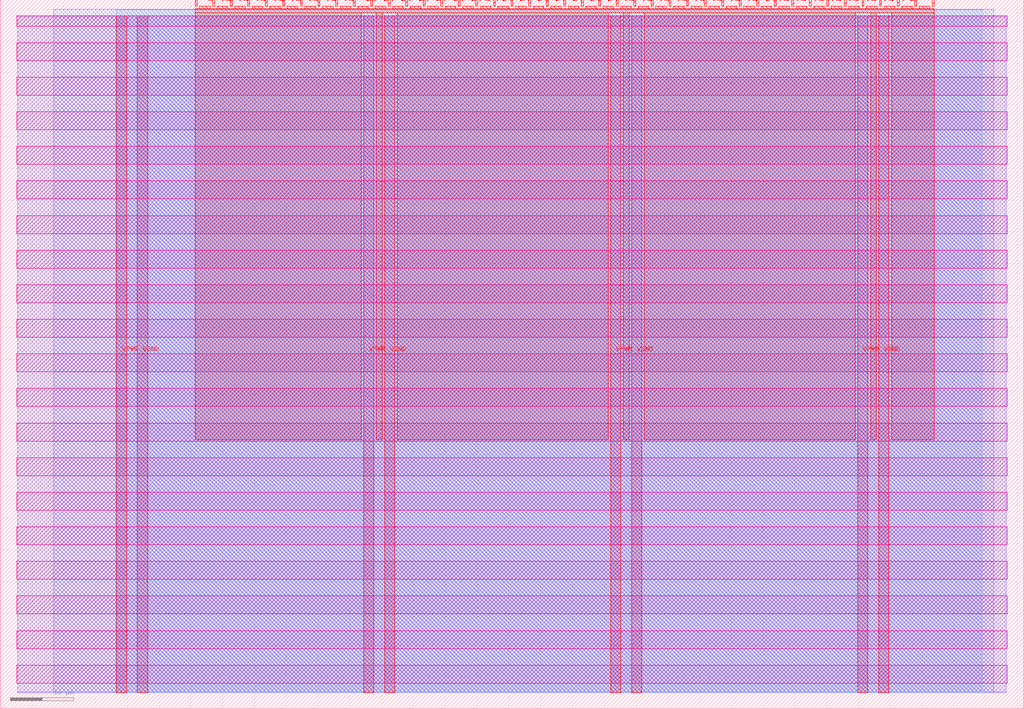
<source format=lef>
VERSION 5.7 ;
  NOWIREEXTENSIONATPIN ON ;
  DIVIDERCHAR "/" ;
  BUSBITCHARS "[]" ;
MACRO tt_um_led_matrix_ayla_lin
  CLASS BLOCK ;
  FOREIGN tt_um_led_matrix_ayla_lin ;
  ORIGIN 0.000 0.000 ;
  SIZE 161.000 BY 111.520 ;
  PIN VGND
    DIRECTION INOUT ;
    USE GROUND ;
    PORT
      LAYER met4 ;
        RECT 21.580 2.480 23.180 109.040 ;
    END
    PORT
      LAYER met4 ;
        RECT 60.450 2.480 62.050 109.040 ;
    END
    PORT
      LAYER met4 ;
        RECT 99.320 2.480 100.920 109.040 ;
    END
    PORT
      LAYER met4 ;
        RECT 138.190 2.480 139.790 109.040 ;
    END
  END VGND
  PIN VPWR
    DIRECTION INOUT ;
    USE POWER ;
    PORT
      LAYER met4 ;
        RECT 18.280 2.480 19.880 109.040 ;
    END
    PORT
      LAYER met4 ;
        RECT 57.150 2.480 58.750 109.040 ;
    END
    PORT
      LAYER met4 ;
        RECT 96.020 2.480 97.620 109.040 ;
    END
    PORT
      LAYER met4 ;
        RECT 134.890 2.480 136.490 109.040 ;
    END
  END VPWR
  PIN clk
    DIRECTION INPUT ;
    USE SIGNAL ;
    ANTENNAGATEAREA 0.852000 ;
    PORT
      LAYER met4 ;
        RECT 143.830 110.520 144.130 111.520 ;
    END
  END clk
  PIN ena
    DIRECTION INPUT ;
    USE SIGNAL ;
    ANTENNAGATEAREA 0.196500 ;
    PORT
      LAYER met4 ;
        RECT 146.590 110.520 146.890 111.520 ;
    END
  END ena
  PIN rst_n
    DIRECTION INPUT ;
    USE SIGNAL ;
    ANTENNAGATEAREA 0.196500 ;
    PORT
      LAYER met4 ;
        RECT 141.070 110.520 141.370 111.520 ;
    END
  END rst_n
  PIN ui_in[0]
    DIRECTION INPUT ;
    USE SIGNAL ;
    PORT
      LAYER met4 ;
        RECT 138.310 110.520 138.610 111.520 ;
    END
  END ui_in[0]
  PIN ui_in[1]
    DIRECTION INPUT ;
    USE SIGNAL ;
    PORT
      LAYER met4 ;
        RECT 135.550 110.520 135.850 111.520 ;
    END
  END ui_in[1]
  PIN ui_in[2]
    DIRECTION INPUT ;
    USE SIGNAL ;
    PORT
      LAYER met4 ;
        RECT 132.790 110.520 133.090 111.520 ;
    END
  END ui_in[2]
  PIN ui_in[3]
    DIRECTION INPUT ;
    USE SIGNAL ;
    PORT
      LAYER met4 ;
        RECT 130.030 110.520 130.330 111.520 ;
    END
  END ui_in[3]
  PIN ui_in[4]
    DIRECTION INPUT ;
    USE SIGNAL ;
    PORT
      LAYER met4 ;
        RECT 127.270 110.520 127.570 111.520 ;
    END
  END ui_in[4]
  PIN ui_in[5]
    DIRECTION INPUT ;
    USE SIGNAL ;
    PORT
      LAYER met4 ;
        RECT 124.510 110.520 124.810 111.520 ;
    END
  END ui_in[5]
  PIN ui_in[6]
    DIRECTION INPUT ;
    USE SIGNAL ;
    PORT
      LAYER met4 ;
        RECT 121.750 110.520 122.050 111.520 ;
    END
  END ui_in[6]
  PIN ui_in[7]
    DIRECTION INPUT ;
    USE SIGNAL ;
    PORT
      LAYER met4 ;
        RECT 118.990 110.520 119.290 111.520 ;
    END
  END ui_in[7]
  PIN uio_in[0]
    DIRECTION INPUT ;
    USE SIGNAL ;
    PORT
      LAYER met4 ;
        RECT 116.230 110.520 116.530 111.520 ;
    END
  END uio_in[0]
  PIN uio_in[1]
    DIRECTION INPUT ;
    USE SIGNAL ;
    PORT
      LAYER met4 ;
        RECT 113.470 110.520 113.770 111.520 ;
    END
  END uio_in[1]
  PIN uio_in[2]
    DIRECTION INPUT ;
    USE SIGNAL ;
    PORT
      LAYER met4 ;
        RECT 110.710 110.520 111.010 111.520 ;
    END
  END uio_in[2]
  PIN uio_in[3]
    DIRECTION INPUT ;
    USE SIGNAL ;
    PORT
      LAYER met4 ;
        RECT 107.950 110.520 108.250 111.520 ;
    END
  END uio_in[3]
  PIN uio_in[4]
    DIRECTION INPUT ;
    USE SIGNAL ;
    PORT
      LAYER met4 ;
        RECT 105.190 110.520 105.490 111.520 ;
    END
  END uio_in[4]
  PIN uio_in[5]
    DIRECTION INPUT ;
    USE SIGNAL ;
    PORT
      LAYER met4 ;
        RECT 102.430 110.520 102.730 111.520 ;
    END
  END uio_in[5]
  PIN uio_in[6]
    DIRECTION INPUT ;
    USE SIGNAL ;
    PORT
      LAYER met4 ;
        RECT 99.670 110.520 99.970 111.520 ;
    END
  END uio_in[6]
  PIN uio_in[7]
    DIRECTION INPUT ;
    USE SIGNAL ;
    PORT
      LAYER met4 ;
        RECT 96.910 110.520 97.210 111.520 ;
    END
  END uio_in[7]
  PIN uio_oe[0]
    DIRECTION OUTPUT ;
    USE SIGNAL ;
    ANTENNADIFFAREA 0.445500 ;
    PORT
      LAYER met4 ;
        RECT 49.990 110.520 50.290 111.520 ;
    END
  END uio_oe[0]
  PIN uio_oe[1]
    DIRECTION OUTPUT ;
    USE SIGNAL ;
    ANTENNADIFFAREA 0.445500 ;
    PORT
      LAYER met4 ;
        RECT 47.230 110.520 47.530 111.520 ;
    END
  END uio_oe[1]
  PIN uio_oe[2]
    DIRECTION OUTPUT ;
    USE SIGNAL ;
    ANTENNADIFFAREA 0.445500 ;
    PORT
      LAYER met4 ;
        RECT 44.470 110.520 44.770 111.520 ;
    END
  END uio_oe[2]
  PIN uio_oe[3]
    DIRECTION OUTPUT ;
    USE SIGNAL ;
    ANTENNADIFFAREA 0.445500 ;
    PORT
      LAYER met4 ;
        RECT 41.710 110.520 42.010 111.520 ;
    END
  END uio_oe[3]
  PIN uio_oe[4]
    DIRECTION OUTPUT ;
    USE SIGNAL ;
    ANTENNADIFFAREA 0.445500 ;
    PORT
      LAYER met4 ;
        RECT 38.950 110.520 39.250 111.520 ;
    END
  END uio_oe[4]
  PIN uio_oe[5]
    DIRECTION OUTPUT ;
    USE SIGNAL ;
    ANTENNADIFFAREA 0.445500 ;
    PORT
      LAYER met4 ;
        RECT 36.190 110.520 36.490 111.520 ;
    END
  END uio_oe[5]
  PIN uio_oe[6]
    DIRECTION OUTPUT ;
    USE SIGNAL ;
    ANTENNADIFFAREA 0.445500 ;
    PORT
      LAYER met4 ;
        RECT 33.430 110.520 33.730 111.520 ;
    END
  END uio_oe[6]
  PIN uio_oe[7]
    DIRECTION OUTPUT ;
    USE SIGNAL ;
    ANTENNADIFFAREA 0.445500 ;
    PORT
      LAYER met4 ;
        RECT 30.670 110.520 30.970 111.520 ;
    END
  END uio_oe[7]
  PIN uio_out[0]
    DIRECTION OUTPUT ;
    USE SIGNAL ;
    ANTENNADIFFAREA 0.445500 ;
    PORT
      LAYER met4 ;
        RECT 72.070 110.520 72.370 111.520 ;
    END
  END uio_out[0]
  PIN uio_out[1]
    DIRECTION OUTPUT ;
    USE SIGNAL ;
    ANTENNADIFFAREA 0.445500 ;
    PORT
      LAYER met4 ;
        RECT 69.310 110.520 69.610 111.520 ;
    END
  END uio_out[1]
  PIN uio_out[2]
    DIRECTION OUTPUT ;
    USE SIGNAL ;
    ANTENNADIFFAREA 0.445500 ;
    PORT
      LAYER met4 ;
        RECT 66.550 110.520 66.850 111.520 ;
    END
  END uio_out[2]
  PIN uio_out[3]
    DIRECTION OUTPUT ;
    USE SIGNAL ;
    ANTENNADIFFAREA 0.445500 ;
    PORT
      LAYER met4 ;
        RECT 63.790 110.520 64.090 111.520 ;
    END
  END uio_out[3]
  PIN uio_out[4]
    DIRECTION OUTPUT ;
    USE SIGNAL ;
    ANTENNADIFFAREA 0.445500 ;
    PORT
      LAYER met4 ;
        RECT 61.030 110.520 61.330 111.520 ;
    END
  END uio_out[4]
  PIN uio_out[5]
    DIRECTION OUTPUT ;
    USE SIGNAL ;
    ANTENNADIFFAREA 0.445500 ;
    PORT
      LAYER met4 ;
        RECT 58.270 110.520 58.570 111.520 ;
    END
  END uio_out[5]
  PIN uio_out[6]
    DIRECTION OUTPUT ;
    USE SIGNAL ;
    ANTENNADIFFAREA 0.445500 ;
    PORT
      LAYER met4 ;
        RECT 55.510 110.520 55.810 111.520 ;
    END
  END uio_out[6]
  PIN uio_out[7]
    DIRECTION OUTPUT ;
    USE SIGNAL ;
    ANTENNADIFFAREA 0.445500 ;
    PORT
      LAYER met4 ;
        RECT 52.750 110.520 53.050 111.520 ;
    END
  END uio_out[7]
  PIN uo_out[0]
    DIRECTION OUTPUT ;
    USE SIGNAL ;
    ANTENNADIFFAREA 0.445500 ;
    PORT
      LAYER met4 ;
        RECT 94.150 110.520 94.450 111.520 ;
    END
  END uo_out[0]
  PIN uo_out[1]
    DIRECTION OUTPUT ;
    USE SIGNAL ;
    ANTENNADIFFAREA 0.795200 ;
    PORT
      LAYER met4 ;
        RECT 91.390 110.520 91.690 111.520 ;
    END
  END uo_out[1]
  PIN uo_out[2]
    DIRECTION OUTPUT ;
    USE SIGNAL ;
    ANTENNADIFFAREA 0.445500 ;
    PORT
      LAYER met4 ;
        RECT 88.630 110.520 88.930 111.520 ;
    END
  END uo_out[2]
  PIN uo_out[3]
    DIRECTION OUTPUT ;
    USE SIGNAL ;
    ANTENNADIFFAREA 0.445500 ;
    PORT
      LAYER met4 ;
        RECT 85.870 110.520 86.170 111.520 ;
    END
  END uo_out[3]
  PIN uo_out[4]
    DIRECTION OUTPUT ;
    USE SIGNAL ;
    ANTENNADIFFAREA 0.445500 ;
    PORT
      LAYER met4 ;
        RECT 83.110 110.520 83.410 111.520 ;
    END
  END uo_out[4]
  PIN uo_out[5]
    DIRECTION OUTPUT ;
    USE SIGNAL ;
    ANTENNADIFFAREA 0.445500 ;
    PORT
      LAYER met4 ;
        RECT 80.350 110.520 80.650 111.520 ;
    END
  END uo_out[5]
  PIN uo_out[6]
    DIRECTION OUTPUT ;
    USE SIGNAL ;
    ANTENNADIFFAREA 0.445500 ;
    PORT
      LAYER met4 ;
        RECT 77.590 110.520 77.890 111.520 ;
    END
  END uo_out[6]
  PIN uo_out[7]
    DIRECTION OUTPUT ;
    USE SIGNAL ;
    ANTENNADIFFAREA 0.445500 ;
    PORT
      LAYER met4 ;
        RECT 74.830 110.520 75.130 111.520 ;
    END
  END uo_out[7]
  OBS
      LAYER nwell ;
        RECT 2.570 107.385 158.430 108.990 ;
        RECT 2.570 101.945 158.430 104.775 ;
        RECT 2.570 96.505 158.430 99.335 ;
        RECT 2.570 91.065 158.430 93.895 ;
        RECT 2.570 85.625 158.430 88.455 ;
        RECT 2.570 80.185 158.430 83.015 ;
        RECT 2.570 74.745 158.430 77.575 ;
        RECT 2.570 69.305 158.430 72.135 ;
        RECT 2.570 63.865 158.430 66.695 ;
        RECT 2.570 58.425 158.430 61.255 ;
        RECT 2.570 52.985 158.430 55.815 ;
        RECT 2.570 47.545 158.430 50.375 ;
        RECT 2.570 42.105 158.430 44.935 ;
        RECT 2.570 36.665 158.430 39.495 ;
        RECT 2.570 31.225 158.430 34.055 ;
        RECT 2.570 25.785 158.430 28.615 ;
        RECT 2.570 20.345 158.430 23.175 ;
        RECT 2.570 14.905 158.430 17.735 ;
        RECT 2.570 9.465 158.430 12.295 ;
        RECT 2.570 4.025 158.430 6.855 ;
      LAYER li1 ;
        RECT 2.760 2.635 158.240 108.885 ;
      LAYER met1 ;
        RECT 2.760 2.480 158.240 109.040 ;
      LAYER met2 ;
        RECT 8.380 2.535 156.300 110.005 ;
      LAYER met3 ;
        RECT 18.290 2.555 154.495 109.985 ;
      LAYER met4 ;
        RECT 31.370 110.120 33.030 110.520 ;
        RECT 34.130 110.120 35.790 110.520 ;
        RECT 36.890 110.120 38.550 110.520 ;
        RECT 39.650 110.120 41.310 110.520 ;
        RECT 42.410 110.120 44.070 110.520 ;
        RECT 45.170 110.120 46.830 110.520 ;
        RECT 47.930 110.120 49.590 110.520 ;
        RECT 50.690 110.120 52.350 110.520 ;
        RECT 53.450 110.120 55.110 110.520 ;
        RECT 56.210 110.120 57.870 110.520 ;
        RECT 58.970 110.120 60.630 110.520 ;
        RECT 61.730 110.120 63.390 110.520 ;
        RECT 64.490 110.120 66.150 110.520 ;
        RECT 67.250 110.120 68.910 110.520 ;
        RECT 70.010 110.120 71.670 110.520 ;
        RECT 72.770 110.120 74.430 110.520 ;
        RECT 75.530 110.120 77.190 110.520 ;
        RECT 78.290 110.120 79.950 110.520 ;
        RECT 81.050 110.120 82.710 110.520 ;
        RECT 83.810 110.120 85.470 110.520 ;
        RECT 86.570 110.120 88.230 110.520 ;
        RECT 89.330 110.120 90.990 110.520 ;
        RECT 92.090 110.120 93.750 110.520 ;
        RECT 94.850 110.120 96.510 110.520 ;
        RECT 97.610 110.120 99.270 110.520 ;
        RECT 100.370 110.120 102.030 110.520 ;
        RECT 103.130 110.120 104.790 110.520 ;
        RECT 105.890 110.120 107.550 110.520 ;
        RECT 108.650 110.120 110.310 110.520 ;
        RECT 111.410 110.120 113.070 110.520 ;
        RECT 114.170 110.120 115.830 110.520 ;
        RECT 116.930 110.120 118.590 110.520 ;
        RECT 119.690 110.120 121.350 110.520 ;
        RECT 122.450 110.120 124.110 110.520 ;
        RECT 125.210 110.120 126.870 110.520 ;
        RECT 127.970 110.120 129.630 110.520 ;
        RECT 130.730 110.120 132.390 110.520 ;
        RECT 133.490 110.120 135.150 110.520 ;
        RECT 136.250 110.120 137.910 110.520 ;
        RECT 139.010 110.120 140.670 110.520 ;
        RECT 141.770 110.120 143.430 110.520 ;
        RECT 144.530 110.120 146.190 110.520 ;
        RECT 30.655 109.440 146.905 110.120 ;
        RECT 30.655 42.335 56.750 109.440 ;
        RECT 59.150 42.335 60.050 109.440 ;
        RECT 62.450 42.335 95.620 109.440 ;
        RECT 98.020 42.335 98.920 109.440 ;
        RECT 101.320 42.335 134.490 109.440 ;
        RECT 136.890 42.335 137.790 109.440 ;
        RECT 140.190 42.335 146.905 109.440 ;
  END
END tt_um_led_matrix_ayla_lin
END LIBRARY


</source>
